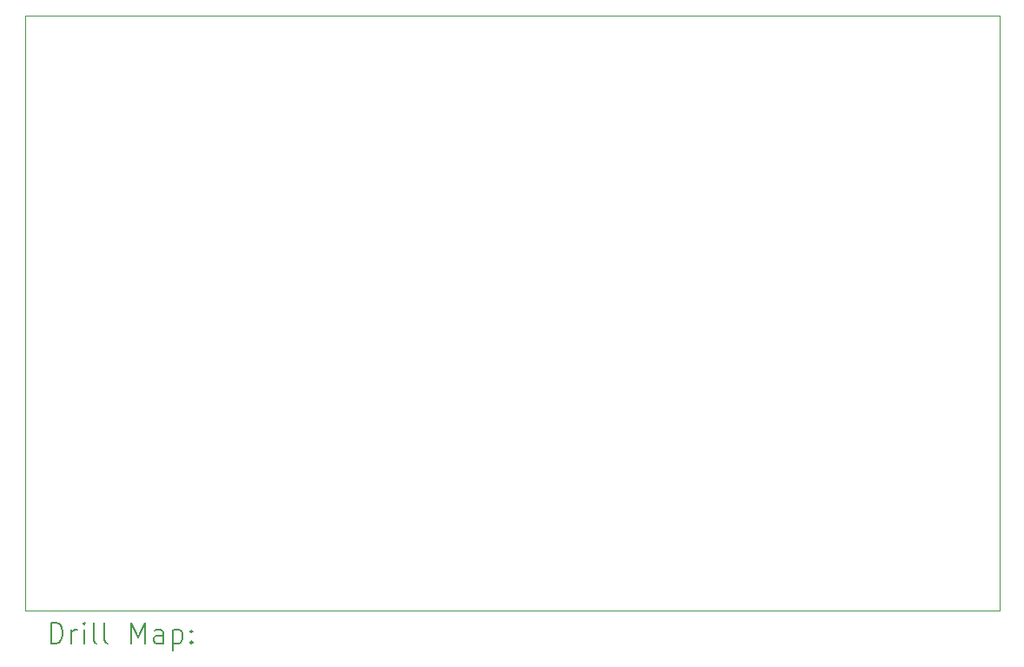
<source format=gbr>
%TF.GenerationSoftware,KiCad,Pcbnew,6.0.11+dfsg-1~bpo11+1*%
%TF.CreationDate,2023-11-07T00:47:49-03:00*%
%TF.ProjectId,controller,636f6e74-726f-46c6-9c65-722e6b696361,rev?*%
%TF.SameCoordinates,Original*%
%TF.FileFunction,Drillmap*%
%TF.FilePolarity,Positive*%
%FSLAX45Y45*%
G04 Gerber Fmt 4.5, Leading zero omitted, Abs format (unit mm)*
G04 Created by KiCad (PCBNEW 6.0.11+dfsg-1~bpo11+1) date 2023-11-07 00:47:49*
%MOMM*%
%LPD*%
G01*
G04 APERTURE LIST*
%ADD10C,0.100000*%
%ADD11C,0.200000*%
G04 APERTURE END LIST*
D10*
X19250000Y-12950000D02*
X19250000Y-7150000D01*
X9750000Y-12950000D02*
X19250000Y-12950000D01*
X9750000Y-7150000D02*
X9750000Y-12950000D01*
X19250000Y-7150000D02*
X9750000Y-7150000D01*
D11*
X10002619Y-13265476D02*
X10002619Y-13065476D01*
X10050238Y-13065476D01*
X10078810Y-13075000D01*
X10097857Y-13094048D01*
X10107381Y-13113095D01*
X10116905Y-13151190D01*
X10116905Y-13179762D01*
X10107381Y-13217857D01*
X10097857Y-13236905D01*
X10078810Y-13255952D01*
X10050238Y-13265476D01*
X10002619Y-13265476D01*
X10202619Y-13265476D02*
X10202619Y-13132143D01*
X10202619Y-13170238D02*
X10212143Y-13151190D01*
X10221667Y-13141667D01*
X10240714Y-13132143D01*
X10259762Y-13132143D01*
X10326429Y-13265476D02*
X10326429Y-13132143D01*
X10326429Y-13065476D02*
X10316905Y-13075000D01*
X10326429Y-13084524D01*
X10335952Y-13075000D01*
X10326429Y-13065476D01*
X10326429Y-13084524D01*
X10450238Y-13265476D02*
X10431190Y-13255952D01*
X10421667Y-13236905D01*
X10421667Y-13065476D01*
X10555000Y-13265476D02*
X10535952Y-13255952D01*
X10526429Y-13236905D01*
X10526429Y-13065476D01*
X10783571Y-13265476D02*
X10783571Y-13065476D01*
X10850238Y-13208333D01*
X10916905Y-13065476D01*
X10916905Y-13265476D01*
X11097857Y-13265476D02*
X11097857Y-13160714D01*
X11088333Y-13141667D01*
X11069286Y-13132143D01*
X11031190Y-13132143D01*
X11012143Y-13141667D01*
X11097857Y-13255952D02*
X11078810Y-13265476D01*
X11031190Y-13265476D01*
X11012143Y-13255952D01*
X11002619Y-13236905D01*
X11002619Y-13217857D01*
X11012143Y-13198809D01*
X11031190Y-13189286D01*
X11078810Y-13189286D01*
X11097857Y-13179762D01*
X11193095Y-13132143D02*
X11193095Y-13332143D01*
X11193095Y-13141667D02*
X11212143Y-13132143D01*
X11250238Y-13132143D01*
X11269286Y-13141667D01*
X11278809Y-13151190D01*
X11288333Y-13170238D01*
X11288333Y-13227381D01*
X11278809Y-13246428D01*
X11269286Y-13255952D01*
X11250238Y-13265476D01*
X11212143Y-13265476D01*
X11193095Y-13255952D01*
X11374048Y-13246428D02*
X11383571Y-13255952D01*
X11374048Y-13265476D01*
X11364524Y-13255952D01*
X11374048Y-13246428D01*
X11374048Y-13265476D01*
X11374048Y-13141667D02*
X11383571Y-13151190D01*
X11374048Y-13160714D01*
X11364524Y-13151190D01*
X11374048Y-13141667D01*
X11374048Y-13160714D01*
M02*

</source>
